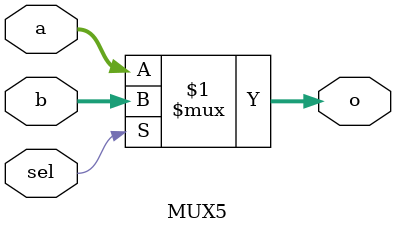
<source format=v>
module MUX5(a,b,sel,o);
input	[4:0]	a,b;
input		sel;
output	[4:0]	o;
reg	[4:0]	tmp;

assign o=(sel)?b:a;

endmodule

</source>
